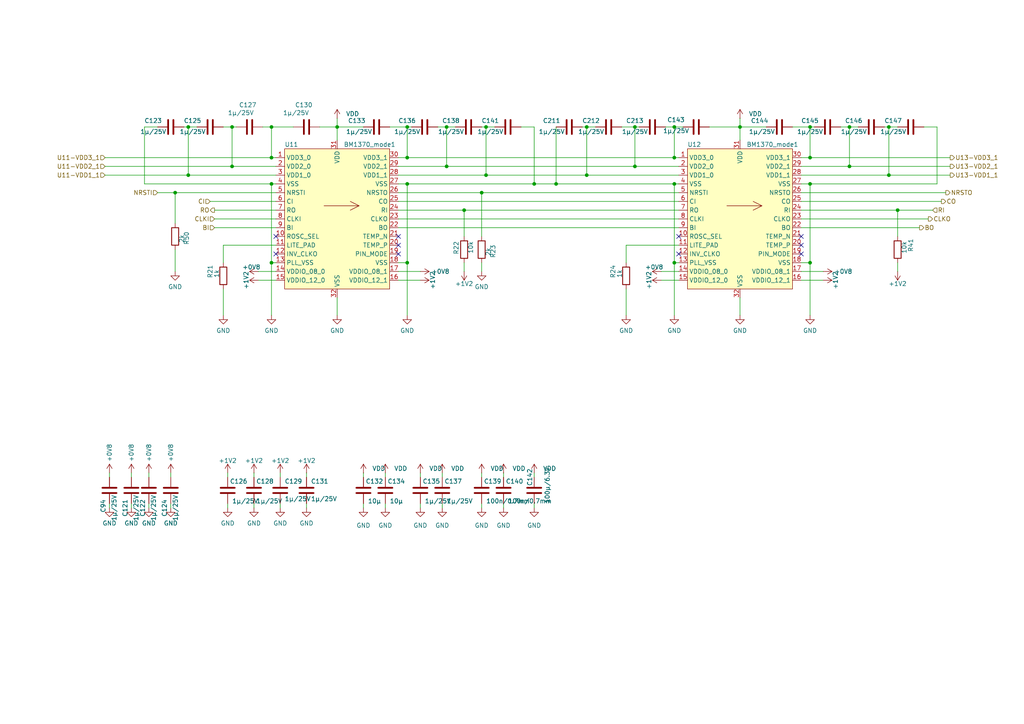
<source format=kicad_sch>
(kicad_sch (version 20231120) (generator "eeschema") (generator_version "8.0")
  (paper "A4")
  (lib_symbols
    (symbol "Device:C" (pin_numbers hide) (pin_names (offset 0.254))
      (property "Reference" "C" (at 0.635 2.54 0))
      (property "Value" "C" (at 0.635 -2.54 0))
      (symbol "C_0_1"
        (polyline (pts (xy -2.032 -0.762) (xy 2.032 -0.762)) (stroke (width 0.508)))
        (polyline (pts (xy -2.032 0.762) (xy 2.032 0.762)) (stroke (width 0.508)))
      )
      (symbol "C_1_1"
        (pin passive line (at 0 3.81 270) (length 2.794) (name "~") (number "1"))
        (pin passive line (at 0 -3.81 90) (length 2.794) (name "~") (number "2"))
      )
    )
    (symbol "Device:R" (pin_numbers hide) (pin_names (offset 0))
      (property "Reference" "R" (at 2.032 0 90))
      (property "Value" "R" (at 0 0 90))
      (symbol "R_0_1"
        (rectangle (start -1.016 -2.54) (end 1.016 2.54) (stroke (width 0.254)))
      )
      (symbol "R_1_1"
        (pin passive line (at 0 3.81 270) (length 1.27) (name "~") (number "1"))
        (pin passive line (at 0 -3.81 90) (length 1.27) (name "~") (number "2"))
      )
    )
    (symbol "GND_7" (power) (pin_names (offset 0))
      (property "Value" "GND_7" (at 0 -3.81 0))
      (symbol "GND_7_0_1"
        (polyline (pts (xy 0 0) (xy 0 -1.27) (xy 1.27 -1.27) (xy 0 -2.54) (xy -1.27 -1.27) (xy 0 -1.27)))
      )
      (symbol "GND_7_1_1"
        (pin power_in line (at 0 0 270) (length 0) hide (name "GND") (number "1"))
      )
    )
    (symbol "bitaxe:BM1370_mode1"
      (property "Reference" "U4" (at -15.24 21.59 0))
      (property "Value" "BM1370_mode1" (at 1.905 21.59 0))
      (symbol "BM1370_mode1_0_1"
        (rectangle (start -15.24 20.32) (end 15.24 -20.32) (fill (type background)))
        (polyline (pts (xy -3.81 3.81) (xy 6.35 3.81)))
        (polyline (pts (xy 3.81 2.54) (xy 6.35 3.81)))
        (polyline (pts (xy 3.81 5.08) (xy 6.35 3.81)))
      )
      (symbol "BM1370_mode1_1_1"
        (pin power_in line (at -17.78 17.78 0) (length 2.54) (name "VDD3_0") (number "1"))
        (pin unspecified line (at -17.78 -5.08 0) (length 2.54) (name "ROSC_SEL") (number "10"))
        (pin unspecified line (at -17.78 -7.62 0) (length 2.54) (name "LITE_PAD") (number "11"))
        (pin unspecified line (at -17.78 -10.16 0) (length 2.54) (name "INV_CLKO") (number "12"))
        (pin power_in line (at -17.78 -12.7 0) (length 2.54) (name "PLL_VSS") (number "13"))
        (pin power_in line (at -17.78 -15.24 0) (length 2.54) (name "VDDIO_08_0") (number "14"))
        (pin power_in line (at -17.78 -17.78 0) (length 2.54) (name "VDDIO_12_0") (number "15"))
        (pin power_in line (at 17.78 -17.78 180) (length 2.54) (name "VDDIO_12_1") (number "16"))
        (pin power_in line (at 17.78 -15.24 180) (length 2.54) (name "VDDIO_08_1") (number "17"))
        (pin power_in line (at 17.78 -12.7 180) (length 2.54) (name "VSS") (number "18"))
        (pin input line (at 17.78 -10.16 180) (length 2.54) (name "PIN_MODE") (number "19"))
        (pin power_in line (at -17.78 15.24 0) (length 2.54) (name "VDD2_0") (number "2"))
        (pin unspecified line (at 17.78 -7.62 180) (length 2.54) (name "TEMP_P") (number "20"))
        (pin unspecified line (at 17.78 -5.08 180) (length 2.54) (name "TEMP_N") (number "21"))
        (pin output line (at 17.78 -2.54 180) (length 2.54) (name "BO") (number "22"))
        (pin output line (at 17.78 0 180) (length 2.54) (name "CLKO") (number "23"))
        (pin input line (at 17.78 2.54 180) (length 2.54) (name "RI") (number "24"))
        (pin output line (at 17.78 5.08 180) (length 2.54) (name "CO") (number "25"))
        (pin output line (at 17.78 7.62 180) (length 2.54) (name "NRSTO") (number "26"))
        (pin power_in line (at 17.78 10.16 180) (length 2.54) (name "VSS") (number "27"))
        (pin power_in line (at 17.78 12.7 180) (length 2.54) (name "VDD1_1") (number "28"))
        (pin power_in line (at 17.78 15.24 180) (length 2.54) (name "VDD2_1") (number "29"))
        (pin power_in line (at -17.78 12.7 0) (length 2.54) (name "VDD1_0") (number "3"))
        (pin power_in line (at 17.78 17.78 180) (length 2.54) (name "VDD3_1") (number "30"))
        (pin power_in line (at 0 22.86 270) (length 2.54) (name "VDD") (number "31"))
        (pin power_in line (at 0 -22.86 90) (length 2.54) (name "VSS") (number "32"))
        (pin power_in line (at -17.78 10.16 0) (length 2.54) (name "VSS") (number "4"))
        (pin input line (at -17.78 7.62 0) (length 2.54) (name "NRSTI") (number "5"))
        (pin input line (at -17.78 5.08 0) (length 2.54) (name "CI") (number "6"))
        (pin output line (at -17.78 2.54 0) (length 2.54) (name "RO") (number "7"))
        (pin input line (at -17.78 0 0) (length 2.54) (name "CLKI") (number "8"))
        (pin input line (at -17.78 -2.54 0) (length 2.54) (name "BI") (number "9"))
      )
    )
    (symbol "mylib7:+0V8" (power) (exclude_from_sim yes) (in_bom no) (on_board no)
      (property "Value" "+0V8" (at 0 3.175 90))
      (symbol "+0V8_0_1"
        (polyline (pts (xy -0.762 1.27) (xy 0 2.54)))
        (polyline (pts (xy 0 0) (xy 0 2.54)))
        (polyline (pts (xy 0 2.54) (xy 0.762 1.27)))
      )
      (symbol "+0V8_1_1"
        (pin power_in line (at 0 0 90) (length 0) hide (name "+0V8") (number "1"))
      )
    )
    (symbol "power:+1V2" (power) (pin_numbers hide) (pin_names (offset 0) hide)
      (property "Value" "+1V2" (at 0 3.556 0))
      (symbol "+1V2_0_1"
        (polyline (pts (xy -0.762 1.27) (xy 0 2.54)))
        (polyline (pts (xy 0 0) (xy 0 2.54)))
        (polyline (pts (xy 0 2.54) (xy 0.762 1.27)))
      )
      (symbol "+1V2_1_1"
        (pin power_in line (at 0 0 90) (length 0) (name "~") (number "1"))
      )
    )
    (symbol "power:GND" (power) (pin_names (offset 0))
      (property "Value" "GND" (at 0 -3.81 0))
      (symbol "GND_0_1"
        (polyline (pts (xy 0 0) (xy 0 -1.27) (xy 1.27 -1.27) (xy 0 -2.54) (xy -1.27 -1.27) (xy 0 -1.27)))
      )
      (symbol "GND_1_1"
        (pin power_in line (at 0 0 270) (length 0) hide (name "GND") (number "1"))
      )
    )
    (symbol "power:VDD" (power) (pin_numbers hide) (pin_names (offset 0) hide)
      (property "Value" "VDD" (at 0 3.556 0))
      (symbol "VDD_0_1"
        (polyline (pts (xy -0.762 1.27) (xy 0 2.54)))
        (polyline (pts (xy 0 0) (xy 0 2.54)))
        (polyline (pts (xy 0 2.54) (xy 0.762 1.27)))
      )
      (symbol "VDD_1_1"
        (pin power_in line (at 0 0 90) (length 0) (name "~") (number "1"))
      )
    )
  )
  (junction (at 118.11 45.72))
  (junction (at 234.95 45.72))
  (junction (at 257.81 50.8))
  (junction (at 184.15 36.83))
  (junction (at 67.31 36.83))
  (junction (at 118.11 36.83))
  (junction (at 170.18 50.8))
  (junction (at 246.38 36.83))
  (junction (at 257.81 36.83))
  (junction (at 78.74 76.2))
  (junction (at 140.97 50.8))
  (junction (at 154.94 53.34))
  (junction (at 195.58 36.83))
  (junction (at 50.8 55.88))
  (junction (at 78.74 45.72))
  (junction (at 54.61 50.8))
  (junction (at 139.7 55.88))
  (junction (at 134.62 60.96))
  (junction (at 67.31 48.26))
  (junction (at 234.95 53.34))
  (junction (at 246.38 48.26))
  (junction (at 234.95 76.2))
  (junction (at 97.79 36.83))
  (junction (at 78.74 36.83))
  (junction (at 195.58 45.72))
  (junction (at 129.54 36.83))
  (junction (at 184.15 48.26))
  (junction (at 118.11 53.34))
  (junction (at 214.63 36.83))
  (junction (at 78.74 53.34))
  (junction (at 195.58 76.2))
  (junction (at 118.11 76.2))
  (junction (at 140.97 36.83))
  (junction (at 260.35 60.96))
  (junction (at 234.95 36.83))
  (junction (at 129.54 48.26))
  (junction (at 54.61 36.83))
  (junction (at 170.18 36.83))
  (junction (at 161.29 53.34))
  (junction (at 195.58 53.34))
  (no_connect (at 196.85 68.58))
  (no_connect (at 115.57 68.58))
  (no_connect (at 115.57 73.66))
  (no_connect (at 196.85 73.66))
  (no_connect (at 232.41 73.66))
  (no_connect (at 115.57 71.12))
  (no_connect (at 232.41 71.12))
  (no_connect (at 80.01 68.58))
  (no_connect (at 80.01 73.66))
  (no_connect (at 232.41 68.58))
  (wire (pts (xy 115.57 50.8) (xy 140.97 50.8)))
  (wire (pts (xy 139.7 146.05) (xy 139.7 147.32)))
  (wire (pts (xy 170.18 36.83) (xy 172.72 36.83)))
  (wire (pts (xy 260.35 60.96) (xy 260.35 68.58)))
  (wire (pts (xy 271.78 53.34) (xy 271.78 36.83)))
  (wire (pts (xy 196.85 53.34) (xy 195.58 53.34)))
  (wire (pts (xy 154.94 36.83) (xy 151.13 36.83)))
  (wire (pts (xy 234.95 53.34) (xy 234.95 76.2)))
  (wire (pts (xy 246.38 48.26) (xy 246.38 36.83)))
  (wire (pts (xy 74.93 81.28) (xy 80.01 81.28)))
  (wire (pts (xy 234.95 53.34) (xy 271.78 53.34)))
  (wire (pts (xy 257.81 50.8) (xy 275.59 50.8)))
  (wire (pts (xy 181.61 71.12) (xy 196.85 71.12)))
  (wire (pts (xy 214.63 34.29) (xy 214.63 36.83)))
  (wire (pts (xy 88.9 146.05) (xy 88.9 147.32)))
  (wire (pts (xy 121.92 146.05) (xy 121.92 147.32)))
  (wire (pts (xy 234.95 36.83) (xy 236.22 36.83)))
  (wire (pts (xy 191.77 81.28) (xy 196.85 81.28)))
  (wire (pts (xy 260.35 76.2) (xy 260.35 78.74)))
  (wire (pts (xy 232.41 53.34) (xy 234.95 53.34)))
  (wire (pts (xy 134.62 60.96) (xy 196.85 60.96)))
  (wire (pts (xy 97.79 34.29) (xy 97.79 36.83)))
  (wire (pts (xy 198.12 36.83) (xy 195.58 36.83)))
  (wire (pts (xy 181.61 83.82) (xy 181.61 91.44)))
  (wire (pts (xy 195.58 76.2) (xy 195.58 91.44)))
  (wire (pts (xy 88.9 138.43) (xy 88.9 137.16)))
  (wire (pts (xy 97.79 86.36) (xy 97.79 91.44)))
  (wire (pts (xy 161.29 53.34) (xy 195.58 53.34)))
  (wire (pts (xy 154.94 53.34) (xy 154.94 36.83)))
  (wire (pts (xy 139.7 36.83) (xy 140.97 36.83)))
  (wire (pts (xy 118.11 53.34) (xy 154.94 53.34)))
  (wire (pts (xy 154.94 53.34) (xy 161.29 53.34)))
  (wire (pts (xy 118.11 76.2) (xy 118.11 91.44)))
  (wire (pts (xy 43.18 137.16) (xy 43.18 138.43)))
  (wire (pts (xy 78.74 76.2) (xy 78.74 91.44)))
  (wire (pts (xy 78.74 53.34) (xy 78.74 76.2)))
  (wire (pts (xy 78.74 53.34) (xy 41.91 53.34)))
  (wire (pts (xy 128.27 146.05) (xy 128.27 147.32)))
  (wire (pts (xy 49.53 137.16) (xy 49.53 138.43)))
  (wire (pts (xy 64.77 71.12) (xy 64.77 76.2)))
  (wire (pts (xy 67.31 36.83) (xy 68.58 36.83)))
  (wire (pts (xy 115.57 66.04) (xy 196.85 66.04)))
  (wire (pts (xy 128.27 137.16) (xy 128.27 138.43)))
  (wire (pts (xy 73.66 137.16) (xy 73.66 138.43)))
  (wire (pts (xy 134.62 60.96) (xy 134.62 68.58)))
  (wire (pts (xy 191.77 78.74) (xy 196.85 78.74)))
  (wire (pts (xy 97.79 36.83) (xy 97.79 40.64)))
  (wire (pts (xy 271.78 36.83) (xy 267.97 36.83)))
  (wire (pts (xy 113.03 36.83) (xy 118.11 36.83)))
  (wire (pts (xy 115.57 45.72) (xy 118.11 45.72)))
  (wire (pts (xy 234.95 45.72) (xy 234.95 36.83)))
  (wire (pts (xy 31.75 137.16) (xy 31.75 138.43)))
  (wire (pts (xy 41.91 53.34) (xy 41.91 36.83)))
  (wire (pts (xy 50.8 72.39) (xy 50.8 78.74)))
  (wire (pts (xy 111.76 146.05) (xy 111.76 147.32)))
  (wire (pts (xy 154.94 137.16) (xy 154.94 138.43)))
  (wire (pts (xy 170.18 50.8) (xy 196.85 50.8)))
  (wire (pts (xy 81.28 138.43) (xy 81.28 137.16)))
  (wire (pts (xy 129.54 48.26) (xy 129.54 36.83)))
  (wire (pts (xy 54.61 36.83) (xy 57.15 36.83)))
  (wire (pts (xy 115.57 78.74) (xy 121.92 78.74)))
  (wire (pts (xy 232.41 76.2) (xy 234.95 76.2)))
  (wire (pts (xy 78.74 36.83) (xy 85.09 36.83)))
  (wire (pts (xy 50.8 55.88) (xy 50.8 64.77)))
  (wire (pts (xy 31.75 146.05) (xy 31.75 147.32)))
  (wire (pts (xy 184.15 36.83) (xy 184.15 48.26)))
  (wire (pts (xy 129.54 48.26) (xy 184.15 48.26)))
  (wire (pts (xy 64.77 71.12) (xy 80.01 71.12)))
  (wire (pts (xy 232.41 55.88) (xy 274.32 55.88)))
  (wire (pts (xy 269.24 63.5) (xy 232.41 63.5)))
  (wire (pts (xy 38.1 146.05) (xy 38.1 147.32)))
  (wire (pts (xy 54.61 50.8) (xy 80.01 50.8)))
  (wire (pts (xy 115.57 53.34) (xy 118.11 53.34)))
  (wire (pts (xy 54.61 50.8) (xy 54.61 36.83)))
  (wire (pts (xy 115.57 81.28) (xy 121.92 81.28)))
  (wire (pts (xy 38.1 137.16) (xy 38.1 138.43)))
  (wire (pts (xy 257.81 36.83) (xy 260.35 36.83)))
  (wire (pts (xy 181.61 71.12) (xy 181.61 76.2)))
  (wire (pts (xy 161.29 36.83) (xy 161.29 53.34)))
  (wire (pts (xy 195.58 76.2) (xy 196.85 76.2)))
  (wire (pts (xy 256.54 36.83) (xy 257.81 36.83)))
  (wire (pts (xy 232.41 81.28) (xy 238.76 81.28)))
  (wire (pts (xy 180.34 36.83) (xy 184.15 36.83)))
  (wire (pts (xy 232.41 66.04) (xy 266.7 66.04)))
  (wire (pts (xy 146.05 137.16) (xy 146.05 138.43)))
  (wire (pts (xy 64.77 83.82) (xy 64.77 91.44)))
  (wire (pts (xy 30.48 45.72) (xy 78.74 45.72)))
  (wire (pts (xy 214.63 36.83) (xy 222.25 36.83)))
  (wire (pts (xy 170.18 36.83) (xy 170.18 50.8)))
  (wire (pts (xy 62.23 63.5) (xy 80.01 63.5)))
  (wire (pts (xy 195.58 45.72) (xy 196.85 45.72)))
  (wire (pts (xy 140.97 36.83) (xy 143.51 36.83)))
  (wire (pts (xy 41.91 36.83) (xy 45.72 36.83)))
  (wire (pts (xy 195.58 53.34) (xy 195.58 76.2)))
  (wire (pts (xy 115.57 58.42) (xy 196.85 58.42)))
  (wire (pts (xy 127 36.83) (xy 129.54 36.83)))
  (wire (pts (xy 140.97 50.8) (xy 170.18 50.8)))
  (wire (pts (xy 232.41 48.26) (xy 246.38 48.26)))
  (wire (pts (xy 67.31 48.26) (xy 67.31 36.83)))
  (wire (pts (xy 115.57 48.26) (xy 129.54 48.26)))
  (wire (pts (xy 168.91 36.83) (xy 170.18 36.83)))
  (wire (pts (xy 115.57 60.96) (xy 134.62 60.96)))
  (wire (pts (xy 50.8 55.88) (xy 80.01 55.88)))
  (wire (pts (xy 78.74 45.72) (xy 80.01 45.72)))
  (wire (pts (xy 139.7 76.2) (xy 139.7 78.74)))
  (wire (pts (xy 74.93 78.74) (xy 80.01 78.74)))
  (wire (pts (xy 43.18 146.05) (xy 43.18 147.32)))
  (wire (pts (xy 232.41 45.72) (xy 234.95 45.72)))
  (wire (pts (xy 205.74 36.83) (xy 214.63 36.83)))
  (wire (pts (xy 111.76 137.16) (xy 111.76 138.43)))
  (wire (pts (xy 62.23 66.04) (xy 80.01 66.04)))
  (wire (pts (xy 118.11 36.83) (xy 119.38 36.83)))
  (wire (pts (xy 64.77 36.83) (xy 67.31 36.83)))
  (wire (pts (xy 118.11 45.72) (xy 195.58 45.72)))
  (wire (pts (xy 246.38 48.26) (xy 275.59 48.26)))
  (wire (pts (xy 214.63 86.36) (xy 214.63 91.44)))
  (wire (pts (xy 195.58 36.83) (xy 195.58 45.72)))
  (wire (pts (xy 67.31 48.26) (xy 80.01 48.26)))
  (wire (pts (xy 105.41 137.16) (xy 105.41 138.43)))
  (wire (pts (xy 232.41 78.74) (xy 238.76 78.74)))
  (wire (pts (xy 92.71 36.83) (xy 97.79 36.83)))
  (wire (pts (xy 115.57 63.5) (xy 196.85 63.5)))
  (wire (pts (xy 62.23 60.96) (xy 80.01 60.96)))
  (wire (pts (xy 105.41 146.05) (xy 105.41 147.32)))
  (wire (pts (xy 140.97 50.8) (xy 140.97 36.83)))
  (wire (pts (xy 229.87 36.83) (xy 234.95 36.83)))
  (wire (pts (xy 234.95 45.72) (xy 275.59 45.72)))
  (wire (pts (xy 73.66 146.05) (xy 73.66 147.32)))
  (wire (pts (xy 243.84 36.83) (xy 246.38 36.83)))
  (wire (pts (xy 134.62 76.2) (xy 134.62 78.74)))
  (wire (pts (xy 139.7 55.88) (xy 196.85 55.88)))
  (wire (pts (xy 234.95 76.2) (xy 234.95 91.44)))
  (wire (pts (xy 129.54 36.83) (xy 132.08 36.83)))
  (wire (pts (xy 53.34 36.83) (xy 54.61 36.83)))
  (wire (pts (xy 49.53 146.05) (xy 49.53 147.32)))
  (wire (pts (xy 214.63 36.83) (xy 214.63 40.64)))
  (wire (pts (xy 139.7 55.88) (xy 139.7 68.58)))
  (wire (pts (xy 78.74 76.2) (xy 80.01 76.2)))
  (wire (pts (xy 118.11 45.72) (xy 118.11 36.83)))
  (wire (pts (xy 232.41 60.96) (xy 260.35 60.96)))
  (wire (pts (xy 273.05 58.42) (xy 232.41 58.42)))
  (wire (pts (xy 66.04 146.05) (xy 66.04 147.32)))
  (wire (pts (xy 115.57 55.88) (xy 139.7 55.88)))
  (wire (pts (xy 184.15 36.83) (xy 185.42 36.83)))
  (wire (pts (xy 81.28 146.05) (xy 81.28 147.32)))
  (wire (pts (xy 30.48 48.26) (xy 67.31 48.26)))
  (wire (pts (xy 257.81 50.8) (xy 257.81 36.83)))
  (wire (pts (xy 60.96 58.42) (xy 80.01 58.42)))
  (wire (pts (xy 139.7 137.16) (xy 139.7 138.43)))
  (wire (pts (xy 76.2 36.83) (xy 78.74 36.83)))
  (wire (pts (xy 115.57 76.2) (xy 118.11 76.2)))
  (wire (pts (xy 193.04 36.83) (xy 195.58 36.83)))
  (wire (pts (xy 121.92 137.16) (xy 121.92 138.43)))
  (wire (pts (xy 146.05 146.05) (xy 146.05 147.32)))
  (wire (pts (xy 232.41 50.8) (xy 257.81 50.8)))
  (wire (pts (xy 118.11 53.34) (xy 118.11 76.2)))
  (wire (pts (xy 184.15 48.26) (xy 196.85 48.26)))
  (wire (pts (xy 246.38 36.83) (xy 248.92 36.83)))
  (wire (pts (xy 260.35 60.96) (xy 270.51 60.96)))
  (wire (pts (xy 97.79 36.83) (xy 105.41 36.83)))
  (wire (pts (xy 66.04 137.16) (xy 66.04 138.43)))
  (wire (pts (xy 30.48 50.8) (xy 54.61 50.8)))
  (wire (pts (xy 78.74 36.83) (xy 78.74 45.72)))
  (wire (pts (xy 80.01 53.34) (xy 78.74 53.34)))
  (wire (pts (xy 45.72 55.88) (xy 50.8 55.88)))
  (wire (pts (xy 154.94 146.05) (xy 154.94 147.32)))
  (hierarchical_label "NRSTO" (shape output) (at 274.32 55.88 0))
  (hierarchical_label "RI" (shape input) (at 270.51 60.96 0))
  (hierarchical_label "U11-VDD3_1" (shape input) (at 30.48 45.72 180))
  (hierarchical_label "BI" (shape input) (at 62.23 66.04 180))
  (hierarchical_label "U13-VDD2_1" (shape output) (at 275.59 48.26 0))
  (hierarchical_label "CLKO" (shape output) (at 269.24 63.5 0))
  (hierarchical_label "CI" (shape input) (at 60.96 58.42 180))
  (hierarchical_label "U11-VDD1_1" (shape input) (at 30.48 50.8 180))
  (hierarchical_label "U11-VDD2_1" (shape input) (at 30.48 48.26 180))
  (hierarchical_label "BO" (shape output) (at 266.7 66.04 0))
  (hierarchical_label "CO" (shape output) (at 273.05 58.42 0))
  (hierarchical_label "RO" (shape output) (at 62.23 60.96 180))
  (hierarchical_label "NRSTI" (shape input) (at 45.72 55.88 180))
  (hierarchical_label "U13-VDD1_1" (shape output) (at 275.59 50.8 0))
  (hierarchical_label "CLKI" (shape input) (at 62.23 63.5 180))
  (hierarchical_label "U13-VDD3_1" (shape output) (at 275.59 45.72 0))
  (symbol (lib_id "bitaxe:BM1370_mode1") (at 214.63 63.5 0) (unit 1)
    (property "Reference" "U12" (at 199.39 41.91 0) (effects (justify left)))
    (property "Value" "BM1370_mode1" (at 216.535 41.91 0) (effects (justify left)))
    (property "Footprint" "Nerd8:BM1370" (effects (hide yes)))
    (property "Manufacturer" "BM1370 BITMAIN" (effects (hide yes)))
    (property "OrderNr" "-" (effects (hide yes)))
  )
  (symbol (lib_id "power:VDD") (at 139.7 137.16 0) (unit 1)
    (property "Reference" "#PWR0260" (effects (hide yes)))
    (property "Value" "VDD" (at 142.24 135.8899 0) (effects (justify left)))
    (property "Description" "Power symbol creates a global label with name \"VDD\"" (effects (hide yes)))
  )
  (symbol (lib_id "Device:C") (at 123.19 36.83 90) (unit 1)
    (property "Reference" "C136" (at 120.65 34.29 90) (effects (justify left bottom)))
    (property "Value" "1µ/25V" (at 121.92 37.465 90) (effects (justify left bottom)))
    (property "Footprint" "Capacitor_SMD:C_0805_2012Metric" (effects (hide yes)))
    (property "Description" "CAP CER 1UF 25V X7R 0805" (effects (hide yes)))
    (property "Distributor" "D" (effects (hide yes)))
    (property "Manufacturer" "CL21B105KAFNNNE" (effects (hide yes)))
    (property "OrderNr" "1276-1066-1-ND" (effects (hide yes)))
  )
  (symbol (lib_id "power:GND") (at 64.77 91.44 0) (mirror y) (unit 1)
    (property "Reference" "#PWR0234" (effects (hide yes)))
    (property "Value" "GND" (at 64.77 95.885 0))
  )
  (symbol (lib_id "Device:C") (at 121.92 142.24 0) (unit 1)
    (property "Reference" "C135" (at 122.555 140.335 0) (effects (justify left bottom)))
    (property "Value" "1µ/25V" (at 123.19 146.05 0) (effects (justify left bottom)))
    (property "Footprint" "Capacitor_SMD:C_0805_2012Metric" (effects (hide yes)))
    (property "Description" "CAP CER 1UF 25V X7R 0805" (effects (hide yes)))
    (property "Distributor" "D" (effects (hide yes)))
    (property "Manufacturer" "CL21B105KAFNNNE" (effects (hide yes)))
    (property "OrderNr" "1276-1066-1-ND" (effects (hide yes)))
  )
  (symbol (lib_id "power:+1V2") (at 88.9 137.16 0) (unit 1)
    (property "Reference" "#PWR0244" (effects (hide yes)))
    (property "Value" "+1V2" (at 88.9 133.604 0))
    (property "Description" "Power symbol creates a global label with name \"+1V2\"" (effects (hide yes)))
  )
  (symbol (lib_id "power:+1V2") (at 81.28 137.16 0) (unit 1)
    (property "Reference" "#PWR0242" (effects (hide yes)))
    (property "Value" "+1V2" (at 81.28 133.604 0))
    (property "Description" "Power symbol creates a global label with name \"+1V2\"" (effects (hide yes)))
  )
  (symbol (lib_id "Device:C") (at 165.1 36.83 90) (unit 1)
    (property "Reference" "C211" (at 162.56 34.29 90) (effects (justify left bottom)))
    (property "Value" "1µ/25V" (at 163.83 37.465 90) (effects (justify left bottom)))
    (property "Footprint" "Capacitor_SMD:C_0805_2012Metric" (effects (hide yes)))
    (property "Description" "CAP CER 1UF 25V X7R 0805" (effects (hide yes)))
    (property "Distributor" "D" (effects (hide yes)))
    (property "Manufacturer" "CL21B105KAFNNNE" (effects (hide yes)))
    (property "OrderNr" "1276-1066-1-ND" (effects (hide yes)))
  )
  (symbol (lib_id "Device:C") (at 264.16 36.83 90) (unit 1)
    (property "Reference" "C147" (at 261.62 34.29 90) (effects (justify left bottom)))
    (property "Value" "1µ/25V" (at 262.89 37.465 90) (effects (justify left bottom)))
    (property "Footprint" "Capacitor_SMD:C_0805_2012Metric" (effects (hide yes)))
    (property "Description" "CAP CER 1UF 25V X7R 0805" (effects (hide yes)))
    (property "Distributor" "D" (effects (hide yes)))
    (property "Manufacturer" "CL21B105KAFNNNE" (effects (hide yes)))
    (property "OrderNr" "1276-1066-1-ND" (effects (hide yes)))
  )
  (symbol (lib_id "power:GND") (at 139.7 78.74 0) (mirror y) (unit 1)
    (property "Reference" "#PWR0259" (effects (hide yes)))
    (property "Value" "GND" (at 139.7 83.185 0))
  )
  (symbol (lib_id "power:+1V2") (at 134.62 78.74 180) (unit 1)
    (property "Reference" "#PWR0258" (effects (hide yes)))
    (property "Value" "+1V2" (at 134.62 82.296 0))
    (property "Description" "Power symbol creates a global label with name \"+1V2\"" (effects (hide yes)))
  )
  (symbol (lib_id "Device:C") (at 66.04 142.24 0) (unit 1)
    (property "Reference" "C126" (at 66.675 140.335 0) (effects (justify left bottom)))
    (property "Value" "1µ/25V" (at 67.31 146.05 0) (effects (justify left bottom)))
    (property "Footprint" "Capacitor_SMD:C_0805_2012Metric" (effects (hide yes)))
    (property "Description" "CAP CER 1UF 25V X7R 0805" (effects (hide yes)))
    (property "Distributor" "D" (effects (hide yes)))
    (property "Manufacturer" "CL21B105KAFNNNE" (effects (hide yes)))
    (property "OrderNr" "1276-1066-1-ND" (effects (hide yes)))
  )
  (symbol (lib_id "power:+1V2") (at 73.66 137.16 0) (unit 1)
    (property "Reference" "#PWR0238" (effects (hide yes)))
    (property "Value" "+1V2" (at 73.66 133.604 0))
    (property "Description" "Power symbol creates a global label with name \"+1V2\"" (effects (hide yes)))
  )
  (symbol (lib_id "mylib7:+0V8") (at 38.1 137.16 0) (unit 1)
    (property "Reference" "#U019" (effects (hide yes)))
    (property "Value" "+0V8" (at 38.1 133.985 90) (effects (justify left)))
    (property "Distributor" "-" (effects (hide yes)))
  )
  (symbol (lib_id "Device:C") (at 88.9 142.24 0) (unit 1)
    (property "Reference" "C131" (at 90.17 140.335 0) (effects (justify left bottom)))
    (property "Value" "1µ/25V" (at 90.17 145.415 0) (effects (justify left bottom)))
    (property "Footprint" "Capacitor_SMD:C_0805_2012Metric" (effects (hide yes)))
    (property "Description" "CAP CER 1UF 25V X7R 0805" (effects (hide yes)))
    (property "Distributor" "D" (effects (hide yes)))
    (property "Manufacturer" "CL21B105KAFNNNE" (effects (hide yes)))
    (property "OrderNr" "1276-1066-1-ND" (effects (hide yes)))
  )
  (symbol (lib_id "power:VDD") (at 214.63 34.29 0) (unit 1)
    (property "Reference" "#PWR0269" (effects (hide yes)))
    (property "Value" "VDD" (at 217.17 33.0199 0) (effects (justify left)))
    (property "Description" "Power symbol creates a global label with name \"VDD\"" (effects (hide yes)))
  )
  (symbol (lib_id "power:VDD") (at 128.27 137.16 0) (unit 1)
    (property "Reference" "#PWR0256" (effects (hide yes)))
    (property "Value" "VDD" (at 130.81 135.8899 0) (effects (justify left)))
    (property "Description" "Power symbol creates a global label with name \"VDD\"" (effects (hide yes)))
  )
  (symbol (lib_id "Device:C") (at 109.22 36.83 90) (unit 1)
    (property "Reference" "C133" (at 106.045 34.29 90) (effects (justify left bottom)))
    (property "Value" "1µ/25V" (at 107.95 37.465 90) (effects (justify left bottom)))
    (property "Footprint" "Capacitor_SMD:C_0805_2012Metric" (effects (hide yes)))
    (property "Description" "CAP CER 1UF 25V X7R 0805" (effects (hide yes)))
    (property "Distributor" "D" (effects (hide yes)))
    (property "Manufacturer" "CL21B105KAFNNNE" (effects (hide yes)))
    (property "OrderNr" "1276-1066-1-ND" (effects (hide yes)))
  )
  (symbol (lib_id "power:+1V2") (at 121.92 81.28 270) (unit 1)
    (property "Reference" "#PWR0253" (effects (hide yes)))
    (property "Value" "+1V2" (at 125.476 81.28 0))
    (property "Description" "Power symbol creates a global label with name \"+1V2\"" (effects (hide yes)))
  )
  (symbol (lib_id "power:GND") (at 195.58 91.44 0) (mirror y) (unit 1)
    (property "Reference" "#PWR0268" (effects (hide yes)))
    (property "Value" "GND" (at 195.58 95.885 0))
  )
  (symbol (lib_id "Device:R") (at 260.35 72.39 0) (unit 1)
    (property "Reference" "R41" (at 264.16 71.12 90))
    (property "Value" "10k" (at 262.255 71.755 90))
    (property "Footprint" "Resistor_SMD:R_0805_2012Metric" (effects (hide yes)))
    (property "Description" "RES 10K OHM 1% 1/8W 0805" (effects (hide yes)))
    (property "Distributor" "D" (effects (hide yes)))
    (property "Manufacturer" "RMCF0805FT10K0" (effects (hide yes)))
    (property "OrderNr" "RMCF0805FT10K0CT-ND" (effects (hide yes)))
  )
  (symbol (lib_name "GND_7") (lib_id "power:GND") (at 121.92 147.32 0) (unit 1)
    (property "Reference" "#PWR0255" (effects (hide yes)))
    (property "Value" "GND" (at 121.92 152.4 0))
  )
  (symbol (lib_id "power:GND") (at 78.74 91.44 0) (mirror y) (unit 1)
    (property "Reference" "#PWR0241" (effects (hide yes)))
    (property "Value" "GND" (at 78.74 95.885 0))
  )
  (symbol (lib_id "Device:C") (at 240.03 36.83 90) (unit 1)
    (property "Reference" "C145" (at 237.49 34.29 90) (effects (justify left bottom)))
    (property "Value" "1µ/25V" (at 238.76 37.465 90) (effects (justify left bottom)))
    (property "Footprint" "Capacitor_SMD:C_0805_2012Metric" (effects (hide yes)))
    (property "Description" "CAP CER 1UF 25V X7R 0805" (effects (hide yes)))
    (property "Distributor" "D" (effects (hide yes)))
    (property "Manufacturer" "CL21B105KAFNNNE" (effects (hide yes)))
    (property "OrderNr" "1276-1066-1-ND" (effects (hide yes)))
  )
  (symbol (lib_id "mylib7:+0V8") (at 74.93 78.74 90) (unit 1)
    (property "Reference" "#U022" (effects (hide yes)))
    (property "Value" "+0V8" (at 75.565 77.47 90) (effects (justify left)))
    (property "Distributor" "-" (effects (hide yes)))
  )
  (symbol (lib_id "power:+1V2") (at 74.93 81.28 90) (unit 1)
    (property "Reference" "#PWR0240" (effects (hide yes)))
    (property "Value" "+1V2" (at 71.374 81.28 0))
    (property "Description" "Power symbol creates a global label with name \"+1V2\"" (effects (hide yes)))
  )
  (symbol (lib_id "power:VDD") (at 105.41 137.16 0) (unit 1)
    (property "Reference" "#PWR0248" (effects (hide yes)))
    (property "Value" "VDD" (at 107.95 135.8899 0) (effects (justify left)))
    (property "Description" "Power symbol creates a global label with name \"VDD\"" (effects (hide yes)))
  )
  (symbol (lib_id "power:GND") (at 43.18 147.32 0) (mirror y) (unit 1)
    (property "Reference" "#PWR0232" (effects (hide yes)))
    (property "Value" "GND" (at 43.18 151.765 0))
  )
  (symbol (lib_id "Device:C") (at 73.66 142.24 0) (unit 1)
    (property "Reference" "C128" (at 74.295 140.335 0) (effects (justify left bottom)))
    (property "Value" "1µ/25V" (at 74.295 146.05 0) (effects (justify left bottom)))
    (property "Footprint" "Capacitor_SMD:C_0805_2012Metric" (effects (hide yes)))
    (property "Description" "CAP CER 1UF 25V X7R 0805" (effects (hide yes)))
    (property "Distributor" "D" (effects (hide yes)))
    (property "Manufacturer" "CL21B105KAFNNNE" (effects (hide yes)))
    (property "OrderNr" "1276-1066-1-ND" (effects (hide yes)))
  )
  (symbol (lib_id "power:VDD") (at 121.92 137.16 0) (unit 1)
    (property "Reference" "#PWR0254" (effects (hide yes)))
    (property "Value" "VDD" (at 124.46 135.8899 0) (effects (justify left)))
    (property "Description" "Power symbol creates a global label with name \"VDD\"" (effects (hide yes)))
  )
  (symbol (lib_id "power:GND") (at 73.66 147.32 0) (mirror y) (unit 1)
    (property "Reference" "#PWR0239" (effects (hide yes)))
    (property "Value" "GND" (at 73.66 151.765 0))
  )
  (symbol (lib_id "power:VDD") (at 154.94 137.16 0) (unit 1)
    (property "Reference" "#PWR0265" (effects (hide yes)))
    (property "Value" "VDD" (at 157.48 135.8899 0) (effects (justify left)))
    (property "Description" "Power symbol creates a global label with name \"VDD\"" (effects (hide yes)))
  )
  (symbol (lib_id "Device:C") (at 176.53 36.83 90) (unit 1)
    (property "Reference" "C212" (at 173.99 34.29 90) (effects (justify left bottom)))
    (property "Value" "1µ/25V" (at 175.26 37.465 90) (effects (justify left bottom)))
    (property "Footprint" "Capacitor_SMD:C_0805_2012Metric" (effects (hide yes)))
    (property "Description" "CAP CER 1UF 25V X7R 0805" (effects (hide yes)))
    (property "Distributor" "D" (effects (hide yes)))
    (property "Manufacturer" "CL21B105KAFNNNE" (effects (hide yes)))
    (property "OrderNr" "1276-1066-1-ND" (effects (hide yes)))
  )
  (symbol (lib_id "power:VDD") (at 97.79 34.29 0) (unit 1)
    (property "Reference" "#PWR0246" (effects (hide yes)))
    (property "Value" "VDD" (at 100.33 33.0199 0) (effects (justify left)))
    (property "Description" "Power symbol creates a global label with name \"VDD\"" (effects (hide yes)))
  )
  (symbol (lib_name "GND_7") (lib_id "power:GND") (at 105.41 147.32 0) (unit 1)
    (property "Reference" "#PWR0249" (effects (hide yes)))
    (property "Value" "GND" (at 105.41 152.4 0))
  )
  (symbol (lib_id "Device:C") (at 135.89 36.83 90) (unit 1)
    (property "Reference" "C138" (at 133.35 34.29 90) (effects (justify left bottom)))
    (property "Value" "1µ/25V" (at 134.62 37.465 90) (effects (justify left bottom)))
    (property "Footprint" "Capacitor_SMD:C_0805_2012Metric" (effects (hide yes)))
    (property "Description" "CAP CER 1UF 25V X7R 0805" (effects (hide yes)))
    (property "Distributor" "D" (effects (hide yes)))
    (property "Manufacturer" "CL21B105KAFNNNE" (effects (hide yes)))
    (property "OrderNr" "1276-1066-1-ND" (effects (hide yes)))
  )
  (symbol (lib_name "GND_7") (lib_id "power:GND") (at 146.05 147.32 0) (unit 1)
    (property "Reference" "#PWR0264" (effects (hide yes)))
    (property "Value" "GND" (at 146.05 152.4 0))
  )
  (symbol (lib_id "Device:C") (at 189.23 36.83 90) (unit 1)
    (property "Reference" "C213" (at 186.69 34.29 90) (effects (justify left bottom)))
    (property "Value" "1µ/25V" (at 187.96 37.465 90) (effects (justify left bottom)))
    (property "Footprint" "Capacitor_SMD:C_0805_2012Metric" (effects (hide yes)))
    (property "Description" "CAP CER 1UF 25V X7R 0805" (effects (hide yes)))
    (property "Distributor" "D" (effects (hide yes)))
    (property "Manufacturer" "CL21B105KAFNNNE" (effects (hide yes)))
    (property "OrderNr" "1276-1066-1-ND" (effects (hide yes)))
  )
  (symbol (lib_id "power:GND") (at 81.28 147.32 0) (mirror y) (unit 1)
    (property "Reference" "#PWR0243" (effects (hide yes)))
    (property "Value" "GND" (at 81.28 151.765 0))
  )
  (symbol (lib_id "Device:C") (at 43.18 142.24 180) (unit 1)
    (property "Reference" "C122" (at 40.64 144.78 90) (effects (justify left bottom)))
    (property "Value" "1µ/25V" (at 43.815 143.51 90) (effects (justify left bottom)))
    (property "Footprint" "Capacitor_SMD:C_0805_2012Metric" (effects (hide yes)))
    (property "Description" "CAP CER 1UF 25V X7R 0805" (effects (hide yes)))
    (property "Distributor" "D" (effects (hide yes)))
    (property "Manufacturer" "CL21B105KAFNNNE" (effects (hide yes)))
    (property "OrderNr" "1276-1066-1-ND" (effects (hide yes)))
  )
  (symbol (lib_id "Device:C") (at 49.53 36.83 90) (unit 1)
    (property "Reference" "C123" (at 46.99 34.29 90) (effects (justify left bottom)))
    (property "Value" "1µ/25V" (at 48.26 37.465 90) (effects (justify left bottom)))
    (property "Footprint" "Capacitor_SMD:C_0805_2012Metric" (effects (hide yes)))
    (property "Description" "CAP CER 1UF 25V X7R 0805" (effects (hide yes)))
    (property "Distributor" "D" (effects (hide yes)))
    (property "Manufacturer" "CL21B105KAFNNNE" (effects (hide yes)))
    (property "OrderNr" "1276-1066-1-ND" (effects (hide yes)))
  )
  (symbol (lib_id "mylib7:+0V8") (at 191.77 78.74 90) (unit 1)
    (property "Reference" "#U024" (effects (hide yes)))
    (property "Value" "+0V8" (at 192.405 77.47 90) (effects (justify left)))
    (property "Distributor" "-" (effects (hide yes)))
  )
  (symbol (lib_id "power:+1V2") (at 260.35 78.74 180) (unit 1)
    (property "Reference" "#PWR0273" (effects (hide yes)))
    (property "Value" "+1V2" (at 260.35 82.296 0))
    (property "Description" "Power symbol creates a global label with name \"+1V2\"" (effects (hide yes)))
  )
  (symbol (lib_id "Device:C") (at 111.76 142.24 0) (unit 1)
    (property "Reference" "C134" (at 112.395 140.335 0) (effects (justify left bottom)))
    (property "Value" "10µ" (at 113.03 146.05 0) (effects (justify left bottom)))
    (property "Footprint" "Capacitor_SMD:C_0805_2012Metric" (effects (hide yes)))
    (property "Description" "CAP CER 10UF 25V X5R 0805" (effects (hide yes)))
    (property "Distributor" "D" (effects (hide yes)))
    (property "Manufacturer" "C2012X5R1E106K125AB" (effects (hide yes)))
    (property "OrderNr" "445-5984-1-ND" (effects (hide yes)))
  )
  (symbol (lib_id "power:+1V2") (at 191.77 81.28 90) (unit 1)
    (property "Reference" "#PWR0267" (effects (hide yes)))
    (property "Value" "+1V2" (at 188.214 81.28 0))
    (property "Description" "Power symbol creates a global label with name \"+1V2\"" (effects (hide yes)))
  )
  (symbol (lib_id "mylib7:+0V8") (at 43.18 137.16 0) (unit 1)
    (property "Reference" "#U020" (effects (hide yes)))
    (property "Value" "+0V8" (at 43.18 133.985 90) (effects (justify left)))
    (property "Distributor" "-" (effects (hide yes)))
  )
  (symbol (lib_id "Device:C") (at 201.93 36.83 90) (unit 1)
    (property "Reference" "C143" (at 198.628 34.036 90) (effects (justify left bottom)))
    (property "Value" "1µ/25V" (at 199.898 37.211 90) (effects (justify left bottom)))
    (property "Footprint" "Capacitor_SMD:C_0805_2012Metric" (effects (hide yes)))
    (property "Description" "CAP CER 1UF 25V X7R 0805" (effects (hide yes)))
    (property "Distributor" "D" (effects (hide yes)))
    (property "Manufacturer" "CL21B105KAFNNNE" (effects (hide yes)))
    (property "OrderNr" "1276-1066-1-ND" (effects (hide yes)))
  )
  (symbol (lib_id "Device:C") (at 60.96 36.83 90) (unit 1)
    (property "Reference" "C125" (at 58.42 34.29 90) (effects (justify left bottom)))
    (property "Value" "1µ/25V" (at 59.69 37.465 90) (effects (justify left bottom)))
    (property "Footprint" "Capacitor_SMD:C_0805_2012Metric" (effects (hide yes)))
    (property "Description" "CAP CER 1UF 25V X7R 0805" (effects (hide yes)))
    (property "Distributor" "D" (effects (hide yes)))
    (property "Manufacturer" "CL21B105KAFNNNE" (effects (hide yes)))
    (property "OrderNr" "1276-1066-1-ND" (effects (hide yes)))
  )
  (symbol (lib_id "Device:C") (at 147.32 36.83 90) (unit 1)
    (property "Reference" "C141" (at 144.78 34.29 90) (effects (justify left bottom)))
    (property "Value" "1µ/25V" (at 146.05 37.465 90) (effects (justify left bottom)))
    (property "Footprint" "Capacitor_SMD:C_0805_2012Metric" (effects (hide yes)))
    (property "Description" "CAP CER 1UF 25V X7R 0805" (effects (hide yes)))
    (property "Distributor" "D" (effects (hide yes)))
    (property "Manufacturer" "CL21B105KAFNNNE" (effects (hide yes)))
    (property "OrderNr" "1276-1066-1-ND" (effects (hide yes)))
  )
  (symbol (lib_id "power:GND") (at 31.75 147.32 0) (mirror y) (unit 1)
    (property "Reference" "#PWR0219" (effects (hide yes)))
    (property "Value" "GND" (at 31.75 151.765 0))
  )
  (symbol (lib_name "GND_7") (lib_id "power:GND") (at 128.27 147.32 0) (unit 1)
    (property "Reference" "#PWR0257" (effects (hide yes)))
    (property "Value" "GND" (at 128.27 152.4 0))
  )
  (symbol (lib_id "mylib7:+0V8") (at 31.75 137.16 0) (unit 1)
    (property "Reference" "#U018" (effects (hide yes)))
    (property "Value" "+0V8" (at 31.75 133.985 90) (effects (justify left)))
    (property "Distributor" "-" (effects (hide yes)))
  )
  (symbol (lib_id "Device:R") (at 64.77 80.01 0) (mirror y) (unit 1)
    (property "Reference" "R21" (at 60.96 78.74 90))
    (property "Value" "1k" (at 62.865 79.375 90))
    (property "Footprint" "Resistor_SMD:R_0805_2012Metric" (effects (hide yes)))
    (property "Description" "RES 1K OHM 1% 1/4W 0805" (effects (hide yes)))
    (property "Distributor" "D" (effects (hide yes)))
    (property "Manufacturer" "RNCP0805FTD1K00" (effects (hide yes)))
    (property "OrderNr" "RNCP0805FTD1K00CT-ND" (effects (hide yes)))
  )
  (symbol (lib_id "mylib7:+0V8") (at 121.92 78.74 270) (unit 1)
    (property "Reference" "#U023" (effects (hide yes)))
    (property "Value" "+0V8" (at 125.095 78.74 90) (effects (justify left)))
    (property "Distributor" "-" (effects (hide yes)))
  )
  (symbol (lib_id "Device:C") (at 31.75 142.24 180) (unit 1)
    (property "Reference" "C94" (at 29.21 144.78 90) (effects (justify left bottom)))
    (property "Value" "1µ/25V" (at 32.385 143.51 90) (effects (justify left bottom)))
    (property "Footprint" "Capacitor_SMD:C_0805_2012Metric" (effects (hide yes)))
    (property "Description" "CAP CER 1UF 25V X7R 0805" (effects (hide yes)))
    (property "Distributor" "D" (effects (hide yes)))
    (property "Manufacturer" "CL21B105KAFNNNE" (effects (hide yes)))
    (property "OrderNr" "1276-1066-1-ND" (effects (hide yes)))
  )
  (symbol (lib_id "Device:C") (at 38.1 142.24 180) (unit 1)
    (property "Reference" "C121" (at 35.56 144.78 90) (effects (justify left bottom)))
    (property "Value" "1µ/25V" (at 38.735 143.51 90) (effects (justify left bottom)))
    (property "Footprint" "Capacitor_SMD:C_0805_2012Metric" (effects (hide yes)))
    (property "Description" "CAP CER 1UF 25V X7R 0805" (effects (hide yes)))
    (property "Distributor" "D" (effects (hide yes)))
    (property "Manufacturer" "CL21B105KAFNNNE" (effects (hide yes)))
    (property "OrderNr" "1276-1066-1-ND" (effects (hide yes)))
  )
  (symbol (lib_id "power:GND") (at 118.11 91.44 0) (mirror y) (unit 1)
    (property "Reference" "#PWR0252" (effects (hide yes)))
    (property "Value" "GND" (at 118.11 95.885 0))
  )
  (symbol (lib_id "power:GND") (at 214.63 91.44 0) (mirror y) (unit 1)
    (property "Reference" "#PWR0270" (effects (hide yes)))
    (property "Value" "GND" (at 214.63 95.885 0))
  )
  (symbol (lib_id "Device:R") (at 50.8 68.58 0) (mirror x) (unit 1)
    (property "Reference" "R50" (at 54.102 69.088 90))
    (property "Value" "2k" (at 52.705 69.215 90))
    (property "Footprint" "Resistor_SMD:R_0805_2012Metric" (effects (hide yes)))
    (property "Description" "RES SMD 2K OHM 1% 1/8W 0805" (effects (hide yes)))
    (property "Distributor" "D" (effects (hide yes)))
    (property "Manufacturer" "CRG0805F2K0" (effects (hide yes)))
    (property "OrderNr" "A126358CT-ND" (effects (hide yes)))
  )
  (symbol (lib_id "Device:C") (at 146.05 142.24 0) (unit 1)
    (property "Reference" "C140" (at 146.685 140.335 0) (effects (justify left bottom)))
    (property "Value" "100n/0.7mm" (at 147.32 146.05 0) (effects (justify left bottom)))
    (property "Footprint" "Capacitor_SMD:C_0805_2012Metric" (effects (hide yes)))
    (property "Description" "CAP CER 0.1UF 50V X7R 0805" (effects (hide yes)))
    (property "Distributor" "D" (effects (hide yes)))
    (property "Manufacturer" "AC0805KRX7R9BB104" (effects (hide yes)))
    (property "OrderNr" "311-3037-1-ND" (effects (hide yes)))
  )
  (symbol (lib_id "Device:C") (at 49.53 142.24 180) (unit 1)
    (property "Reference" "C124" (at 46.99 144.78 90) (effects (justify left bottom)))
    (property "Value" "1µ/25V" (at 50.165 143.51 90) (effects (justify left bottom)))
    (property "Footprint" "Capacitor_SMD:C_0805_2012Metric" (effects (hide yes)))
    (property "Description" "CAP CER 1UF 25V X7R 0805" (effects (hide yes)))
    (property "Distributor" "D" (effects (hide yes)))
    (property "Manufacturer" "CL21B105KAFNNNE" (effects (hide yes)))
    (property "OrderNr" "1276-1066-1-ND" (effects (hide yes)))
  )
  (symbol (lib_name "GND_7") (lib_id "power:GND") (at 111.76 147.32 0) (unit 1)
    (property "Reference" "#PWR0251" (effects (hide yes)))
    (property "Value" "GND" (at 111.76 152.4 0))
  )
  (symbol (lib_id "power:GND") (at 66.04 147.32 0) (mirror y) (unit 1)
    (property "Reference" "#PWR0237" (effects (hide yes)))
    (property "Value" "GND" (at 66.04 151.765 0))
  )
  (symbol (lib_id "power:+1V2") (at 66.04 137.16 0) (unit 1)
    (property "Reference" "#PWR0236" (effects (hide yes)))
    (property "Value" "+1V2" (at 66.04 133.604 0))
    (property "Description" "Power symbol creates a global label with name \"+1V2\"" (effects (hide yes)))
  )
  (symbol (lib_id "Device:R") (at 181.61 80.01 0) (mirror y) (unit 1)
    (property "Reference" "R24" (at 177.8 78.74 90))
    (property "Value" "1k" (at 179.705 79.375 90))
    (property "Footprint" "Resistor_SMD:R_0805_2012Metric" (effects (hide yes)))
    (property "Description" "RES 1K OHM 1% 1/4W 0805" (effects (hide yes)))
    (property "Distributor" "D" (effects (hide yes)))
    (property "Manufacturer" "RNCP0805FTD1K00" (effects (hide yes)))
    (property "OrderNr" "RNCP0805FTD1K00CT-ND" (effects (hide yes)))
  )
  (symbol (lib_id "Device:C") (at 88.9 36.83 90) (unit 1)
    (property "Reference" "C130" (at 90.678 29.718 90) (effects (justify left bottom)))
    (property "Value" "1µ/25V" (at 89.662 32.004 90) (effects (justify left bottom)))
    (property "Footprint" "Capacitor_SMD:C_0805_2012Metric" (effects (hide yes)))
    (property "Description" "CAP CER 1UF 25V X7R 0805" (effects (hide yes)))
    (property "Distributor" "D" (effects (hide yes)))
    (property "Manufacturer" "CL21B105KAFNNNE" (effects (hide yes)))
    (property "OrderNr" "1276-1066-1-ND" (effects (hide yes)))
  )
  (symbol (lib_id "power:GND") (at 97.79 91.44 0) (mirror y) (unit 1)
    (property "Reference" "#PWR0247" (effects (hide yes)))
    (property "Value" "GND" (at 97.79 95.885 0))
  )
  (symbol (lib_id "Device:R") (at 134.62 72.39 0) (unit 1)
    (property "Reference" "R22" (at 132.334 71.882 90))
    (property "Value" "10k" (at 136.525 71.755 90))
    (property "Footprint" "Resistor_SMD:R_0805_2012Metric" (effects (hide yes)))
    (property "Description" "RES 10K OHM 1% 1/8W 0805" (effects (hide yes)))
    (property "Distributor" "D" (effects (hide yes)))
    (property "Manufacturer" "RMCF0805FT10K0" (effects (hide yes)))
    (property "OrderNr" "RMCF0805FT10K0CT-ND" (effects (hide yes)))
  )
  (symbol (lib_id "power:GND") (at 49.53 147.32 0) (mirror y) (unit 1)
    (property "Reference" "#PWR0233" (effects (hide yes)))
    (property "Value" "GND" (at 49.53 151.765 0))
  )
  (symbol (lib_id "Device:C") (at 128.27 142.24 0) (unit 1)
    (property "Reference" "C137" (at 128.905 140.335 0) (effects (justify left bottom)))
    (property "Value" "1µ/25V" (at 129.54 146.05 0) (effects (justify left bottom)))
    (property "Footprint" "Capacitor_SMD:C_0805_2012Metric" (effects (hide yes)))
    (property "Description" "CAP CER 1UF 25V X7R 0805" (effects (hide yes)))
    (property "Distributor" "D" (effects (hide yes)))
    (property "Manufacturer" "CL21B105KAFNNNE" (effects (hide yes)))
    (property "OrderNr" "1276-1066-1-ND" (effects (hide yes)))
  )
  (symbol (lib_id "power:GND") (at 38.1 147.32 0) (mirror y) (unit 1)
    (property "Reference" "#PWR0231" (effects (hide yes)))
    (property "Value" "GND" (at 38.1 151.765 0))
  )
  (symbol (lib_id "Device:C") (at 226.06 36.83 90) (unit 1)
    (property "Reference" "C144" (at 222.885 34.29 90) (effects (justify left bottom)))
    (property "Value" "1µ/25V" (at 224.79 37.465 90) (effects (justify left bottom)))
    (property "Footprint" "Capacitor_SMD:C_0805_2012Metric" (effects (hide yes)))
    (property "Description" "CAP CER 1UF 25V X7R 0805" (effects (hide yes)))
    (property "Distributor" "D" (effects (hide yes)))
    (property "Manufacturer" "CL21B105KAFNNNE" (effects (hide yes)))
    (property "OrderNr" "1276-1066-1-ND" (effects (hide yes)))
  )
  (symbol (lib_id "Device:C") (at 154.94 142.24 0) (unit 1)
    (property "Reference" "C142" (at 153.67 140.97 90) (effects (justify left)))
    (property "Value" "100µ/6.3V" (at 158.75 146.05 90) (effects (justify left)))
    (property "Footprint" "Capacitor_SMD:C_1210_3225Metric" (effects (hide yes)))
    (property "Description" "CAP CER 100UF 10V X5R 1210" (effects (hide yes)))
    (property "Distributor" "D" (effects (hide yes)))
    (property "Manufacturer" "C1210C107M8PAC7800" (effects (hide yes)))
    (property "OrderNr" "399-C1210C107M8PAC7800CT-ND" (effects (hide yes)))
  )
  (symbol (lib_id "Device:C") (at 252.73 36.83 90) (unit 1)
    (property "Reference" "C146" (at 250.19 34.29 90) (effects (justify left bottom)))
    (property "Value" "1µ/25V" (at 251.46 37.465 90) (effects (justify left bottom)))
    (property "Footprint" "Capacitor_SMD:C_0805_2012Metric" (effects (hide yes)))
    (property "Description" "CAP CER 1UF 25V X7R 0805" (effects (hide yes)))
    (property "Distributor" "D" (effects (hide yes)))
    (property "Manufacturer" "CL21B105KAFNNNE" (effects (hide yes)))
    (property "OrderNr" "1276-1066-1-ND" (effects (hide yes)))
  )
  (symbol (lib_id "power:GND") (at 234.95 91.44 0) (mirror y) (unit 1)
    (property "Reference" "#PWR0271" (effects (hide yes)))
    (property "Value" "GND" (at 234.95 95.885 0))
  )
  (symbol (lib_id "mylib7:+0V8") (at 238.76 78.74 270) (unit 1)
    (property "Reference" "#U025" (effects (hide yes)))
    (property "Value" "+0V8" (at 241.935 78.74 90) (effects (justify left)))
    (property "Distributor" "-" (effects (hide yes)))
  )
  (symbol (lib_id "power:VDD") (at 146.05 137.16 0) (unit 1)
    (property "Reference" "#PWR0263" (effects (hide yes)))
    (property "Value" "VDD" (at 148.59 135.8899 0) (effects (justify left)))
    (property "Description" "Power symbol creates a global label with name \"VDD\"" (effects (hide yes)))
  )
  (symbol (lib_id "power:GND") (at 154.94 147.32 0) (mirror y) (unit 1)
    (property "Reference" "#PWR0266" (effects (hide yes)))
    (property "Value" "GND" (at 154.94 152.4 0))
  )
  (symbol (lib_id "Device:C") (at 105.41 142.24 0) (unit 1)
    (property "Reference" "C132" (at 106.045 140.335 0) (effects (justify left bottom)))
    (property "Value" "10µ" (at 106.68 146.05 0) (effects (justify left bottom)))
    (property "Footprint" "Capacitor_SMD:C_0805_2012Metric" (effects (hide yes)))
    (property "Description" "CAP CER 10UF 25V X5R 0805" (effects (hide yes)))
    (property "Distributor" "D" (effects (hide yes)))
    (property "Manufacturer" "C2012X5R1E106K125AB" (effects (hide yes)))
    (property "OrderNr" "445-5984-1-ND" (effects (hide yes)))
  )
  (symbol (lib_id "mylib7:+0V8") (at 49.53 137.16 0) (unit 1)
    (property "Reference" "#U021" (effects (hide yes)))
    (property "Value" "+0V8" (at 49.53 133.985 90) (effects (justify left)))
    (property "Distributor" "-" (effects (hide yes)))
  )
  (symbol (lib_id "power:+1V2") (at 238.76 81.28 270) (unit 1)
    (property "Reference" "#PWR0272" (effects (hide yes)))
    (property "Value" "+1V2" (at 242.316 81.28 0))
    (property "Description" "Power symbol creates a global label with name \"+1V2\"" (effects (hide yes)))
  )
  (symbol (lib_id "power:GND") (at 50.8 78.74 0) (mirror y) (unit 1)
    (property "Reference" "#PWR0340" (effects (hide yes)))
    (property "Value" "GND" (at 50.8 83.185 0))
  )
  (symbol (lib_id "bitaxe:BM1370_mode1") (at 97.79 63.5 0) (unit 1)
    (property "Reference" "U11" (at 82.55 41.91 0) (effects (justify left)))
    (property "Value" "BM1370_mode1" (at 99.695 41.91 0) (effects (justify left)))
    (property "Footprint" "Nerd8:BM1370" (effects (hide yes)))
    (property "Manufacturer" "BM1370 BITMAIN" (effects (hide yes)))
    (property "OrderNr" "-" (effects (hide yes)))
  )
  (symbol (lib_id "power:GND") (at 181.61 91.44 0) (mirror y) (unit 1)
    (property "Reference" "#PWR0262" (effects (hide yes)))
    (property "Value" "GND" (at 181.61 95.885 0))
  )
  (symbol (lib_id "Device:C") (at 139.7 142.24 0) (unit 1)
    (property "Reference" "C139" (at 140.335 140.335 0) (effects (justify left bottom)))
    (property "Value" "100n/0.7mm" (at 140.97 146.05 0) (effects (justify left bottom)))
    (property "Footprint" "Capacitor_SMD:C_0805_2012Metric" (effects (hide yes)))
    (property "Description" "CAP CER 0.1UF 50V X7R 0805" (effects (hide yes)))
    (property "Distributor" "D" (effects (hide yes)))
    (property "Manufacturer" "AC0805KRX7R9BB104" (effects (hide yes)))
    (property "OrderNr" "311-3037-1-ND" (effects (hide yes)))
  )
  (symbol (lib_id "power:VDD") (at 111.76 137.16 0) (unit 1)
    (property "Reference" "#PWR0250" (effects (hide yes)))
    (property "Value" "VDD" (at 114.3 135.8899 0) (effects (justify left)))
    (property "Description" "Power symbol creates a global label with name \"VDD\"" (effects (hide yes)))
  )
  (symbol (lib_id "Device:C") (at 72.39 36.83 90) (unit 1)
    (property "Reference" "C127" (at 74.422 29.718 90) (effects (justify left bottom)))
    (property "Value" "1µ/25V" (at 73.66 32.004 90) (effects (justify left bottom)))
    (property "Footprint" "Capacitor_SMD:C_0805_2012Metric" (effects (hide yes)))
    (property "Description" "CAP CER 1UF 25V X7R 0805" (effects (hide yes)))
    (property "Distributor" "D" (effects (hide yes)))
    (property "Manufacturer" "CL21B105KAFNNNE" (effects (hide yes)))
    (property "OrderNr" "1276-1066-1-ND" (effects (hide yes)))
  )
  (symbol (lib_name "GND_7") (lib_id "power:GND") (at 139.7 147.32 0) (unit 1)
    (property "Reference" "#PWR0261" (effects (hide yes)))
    (property "Value" "GND" (at 139.7 152.4 0))
  )
  (symbol (lib_id "power:GND") (at 88.9 147.32 0) (mirror y) (unit 1)
    (property "Reference" "#PWR0245" (effects (hide yes)))
    (property "Value" "GND" (at 88.9 151.765 0))
  )
  (symbol (lib_id "Device:C") (at 81.28 142.24 0) (unit 1)
    (property "Reference" "C129" (at 82.55 140.335 0) (effects (justify left bottom)))
    (property "Value" "1µ/25V" (at 82.55 145.415 0) (effects (justify left bottom)))
    (property "Footprint" "Capacitor_SMD:C_0805_2012Metric" (effects (hide yes)))
    (property "Description" "CAP CER 1UF 25V X7R 0805" (effects (hide yes)))
    (property "Distributor" "D" (effects (hide yes)))
    (property "Manufacturer" "CL21B105KAFNNNE" (effects (hide yes)))
    (property "OrderNr" "1276-1066-1-ND" (effects (hide yes)))
  )
  (symbol (lib_id "Device:R") (at 139.7 72.39 0) (mirror x) (unit 1)
    (property "Reference" "R23" (at 143.002 72.898 90))
    (property "Value" "2k" (at 141.605 73.025 90))
    (property "Footprint" "Resistor_SMD:R_0805_2012Metric" (effects (hide yes)))
    (property "Description" "RES SMD 2K OHM 1% 1/8W 0805" (effects (hide yes)))
    (property "Distributor" "D" (effects (hide yes)))
    (property "Manufacturer" "CRG0805F2K0" (effects (hide yes)))
    (property "OrderNr" "A126358CT-ND" (effects (hide yes)))
  )
)
</source>
